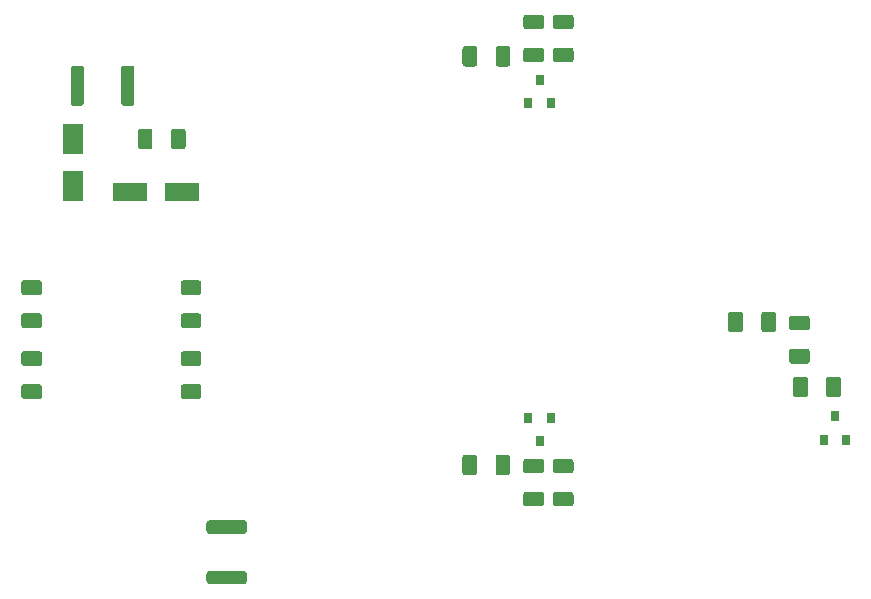
<source format=gbr>
G04 #@! TF.GenerationSoftware,KiCad,Pcbnew,(5.0.1)-4*
G04 #@! TF.CreationDate,2020-08-29T23:34:48+08:00*
G04 #@! TF.ProjectId,remote-monitor,72656D6F74652D6D6F6E69746F722E6B,rev?*
G04 #@! TF.SameCoordinates,Original*
G04 #@! TF.FileFunction,Paste,Top*
G04 #@! TF.FilePolarity,Positive*
%FSLAX46Y46*%
G04 Gerber Fmt 4.6, Leading zero omitted, Abs format (unit mm)*
G04 Created by KiCad (PCBNEW (5.0.1)-4) date 29/08/2020 11:34:48 PM*
%MOMM*%
%LPD*%
G01*
G04 APERTURE LIST*
%ADD10R,3.000000X1.600000*%
%ADD11C,0.100000*%
%ADD12C,1.250000*%
%ADD13R,1.800000X2.500000*%
%ADD14R,0.800000X0.900000*%
%ADD15C,1.125000*%
G04 APERTURE END LIST*
D10*
G04 #@! TO.C,C1*
X107800000Y-82000000D03*
X112200000Y-82000000D03*
G04 #@! TD*
D11*
G04 #@! TO.C,C2*
G36*
X145149504Y-107376204D02*
X145173773Y-107379804D01*
X145197571Y-107385765D01*
X145220671Y-107394030D01*
X145242849Y-107404520D01*
X145263893Y-107417133D01*
X145283598Y-107431747D01*
X145301777Y-107448223D01*
X145318253Y-107466402D01*
X145332867Y-107486107D01*
X145345480Y-107507151D01*
X145355970Y-107529329D01*
X145364235Y-107552429D01*
X145370196Y-107576227D01*
X145373796Y-107600496D01*
X145375000Y-107625000D01*
X145375000Y-108375000D01*
X145373796Y-108399504D01*
X145370196Y-108423773D01*
X145364235Y-108447571D01*
X145355970Y-108470671D01*
X145345480Y-108492849D01*
X145332867Y-108513893D01*
X145318253Y-108533598D01*
X145301777Y-108551777D01*
X145283598Y-108568253D01*
X145263893Y-108582867D01*
X145242849Y-108595480D01*
X145220671Y-108605970D01*
X145197571Y-108614235D01*
X145173773Y-108620196D01*
X145149504Y-108623796D01*
X145125000Y-108625000D01*
X143875000Y-108625000D01*
X143850496Y-108623796D01*
X143826227Y-108620196D01*
X143802429Y-108614235D01*
X143779329Y-108605970D01*
X143757151Y-108595480D01*
X143736107Y-108582867D01*
X143716402Y-108568253D01*
X143698223Y-108551777D01*
X143681747Y-108533598D01*
X143667133Y-108513893D01*
X143654520Y-108492849D01*
X143644030Y-108470671D01*
X143635765Y-108447571D01*
X143629804Y-108423773D01*
X143626204Y-108399504D01*
X143625000Y-108375000D01*
X143625000Y-107625000D01*
X143626204Y-107600496D01*
X143629804Y-107576227D01*
X143635765Y-107552429D01*
X143644030Y-107529329D01*
X143654520Y-107507151D01*
X143667133Y-107486107D01*
X143681747Y-107466402D01*
X143698223Y-107448223D01*
X143716402Y-107431747D01*
X143736107Y-107417133D01*
X143757151Y-107404520D01*
X143779329Y-107394030D01*
X143802429Y-107385765D01*
X143826227Y-107379804D01*
X143850496Y-107376204D01*
X143875000Y-107375000D01*
X145125000Y-107375000D01*
X145149504Y-107376204D01*
X145149504Y-107376204D01*
G37*
D12*
X144500000Y-108000000D03*
D11*
G36*
X145149504Y-104576204D02*
X145173773Y-104579804D01*
X145197571Y-104585765D01*
X145220671Y-104594030D01*
X145242849Y-104604520D01*
X145263893Y-104617133D01*
X145283598Y-104631747D01*
X145301777Y-104648223D01*
X145318253Y-104666402D01*
X145332867Y-104686107D01*
X145345480Y-104707151D01*
X145355970Y-104729329D01*
X145364235Y-104752429D01*
X145370196Y-104776227D01*
X145373796Y-104800496D01*
X145375000Y-104825000D01*
X145375000Y-105575000D01*
X145373796Y-105599504D01*
X145370196Y-105623773D01*
X145364235Y-105647571D01*
X145355970Y-105670671D01*
X145345480Y-105692849D01*
X145332867Y-105713893D01*
X145318253Y-105733598D01*
X145301777Y-105751777D01*
X145283598Y-105768253D01*
X145263893Y-105782867D01*
X145242849Y-105795480D01*
X145220671Y-105805970D01*
X145197571Y-105814235D01*
X145173773Y-105820196D01*
X145149504Y-105823796D01*
X145125000Y-105825000D01*
X143875000Y-105825000D01*
X143850496Y-105823796D01*
X143826227Y-105820196D01*
X143802429Y-105814235D01*
X143779329Y-105805970D01*
X143757151Y-105795480D01*
X143736107Y-105782867D01*
X143716402Y-105768253D01*
X143698223Y-105751777D01*
X143681747Y-105733598D01*
X143667133Y-105713893D01*
X143654520Y-105692849D01*
X143644030Y-105670671D01*
X143635765Y-105647571D01*
X143629804Y-105623773D01*
X143626204Y-105599504D01*
X143625000Y-105575000D01*
X143625000Y-104825000D01*
X143626204Y-104800496D01*
X143629804Y-104776227D01*
X143635765Y-104752429D01*
X143644030Y-104729329D01*
X143654520Y-104707151D01*
X143667133Y-104686107D01*
X143681747Y-104666402D01*
X143698223Y-104648223D01*
X143716402Y-104631747D01*
X143736107Y-104617133D01*
X143757151Y-104604520D01*
X143779329Y-104594030D01*
X143802429Y-104585765D01*
X143826227Y-104579804D01*
X143850496Y-104576204D01*
X143875000Y-104575000D01*
X145125000Y-104575000D01*
X145149504Y-104576204D01*
X145149504Y-104576204D01*
G37*
D12*
X144500000Y-105200000D03*
G04 #@! TD*
D11*
G04 #@! TO.C,C3*
G36*
X145149504Y-66976204D02*
X145173773Y-66979804D01*
X145197571Y-66985765D01*
X145220671Y-66994030D01*
X145242849Y-67004520D01*
X145263893Y-67017133D01*
X145283598Y-67031747D01*
X145301777Y-67048223D01*
X145318253Y-67066402D01*
X145332867Y-67086107D01*
X145345480Y-67107151D01*
X145355970Y-67129329D01*
X145364235Y-67152429D01*
X145370196Y-67176227D01*
X145373796Y-67200496D01*
X145375000Y-67225000D01*
X145375000Y-67975000D01*
X145373796Y-67999504D01*
X145370196Y-68023773D01*
X145364235Y-68047571D01*
X145355970Y-68070671D01*
X145345480Y-68092849D01*
X145332867Y-68113893D01*
X145318253Y-68133598D01*
X145301777Y-68151777D01*
X145283598Y-68168253D01*
X145263893Y-68182867D01*
X145242849Y-68195480D01*
X145220671Y-68205970D01*
X145197571Y-68214235D01*
X145173773Y-68220196D01*
X145149504Y-68223796D01*
X145125000Y-68225000D01*
X143875000Y-68225000D01*
X143850496Y-68223796D01*
X143826227Y-68220196D01*
X143802429Y-68214235D01*
X143779329Y-68205970D01*
X143757151Y-68195480D01*
X143736107Y-68182867D01*
X143716402Y-68168253D01*
X143698223Y-68151777D01*
X143681747Y-68133598D01*
X143667133Y-68113893D01*
X143654520Y-68092849D01*
X143644030Y-68070671D01*
X143635765Y-68047571D01*
X143629804Y-68023773D01*
X143626204Y-67999504D01*
X143625000Y-67975000D01*
X143625000Y-67225000D01*
X143626204Y-67200496D01*
X143629804Y-67176227D01*
X143635765Y-67152429D01*
X143644030Y-67129329D01*
X143654520Y-67107151D01*
X143667133Y-67086107D01*
X143681747Y-67066402D01*
X143698223Y-67048223D01*
X143716402Y-67031747D01*
X143736107Y-67017133D01*
X143757151Y-67004520D01*
X143779329Y-66994030D01*
X143802429Y-66985765D01*
X143826227Y-66979804D01*
X143850496Y-66976204D01*
X143875000Y-66975000D01*
X145125000Y-66975000D01*
X145149504Y-66976204D01*
X145149504Y-66976204D01*
G37*
D12*
X144500000Y-67600000D03*
D11*
G36*
X145149504Y-69776204D02*
X145173773Y-69779804D01*
X145197571Y-69785765D01*
X145220671Y-69794030D01*
X145242849Y-69804520D01*
X145263893Y-69817133D01*
X145283598Y-69831747D01*
X145301777Y-69848223D01*
X145318253Y-69866402D01*
X145332867Y-69886107D01*
X145345480Y-69907151D01*
X145355970Y-69929329D01*
X145364235Y-69952429D01*
X145370196Y-69976227D01*
X145373796Y-70000496D01*
X145375000Y-70025000D01*
X145375000Y-70775000D01*
X145373796Y-70799504D01*
X145370196Y-70823773D01*
X145364235Y-70847571D01*
X145355970Y-70870671D01*
X145345480Y-70892849D01*
X145332867Y-70913893D01*
X145318253Y-70933598D01*
X145301777Y-70951777D01*
X145283598Y-70968253D01*
X145263893Y-70982867D01*
X145242849Y-70995480D01*
X145220671Y-71005970D01*
X145197571Y-71014235D01*
X145173773Y-71020196D01*
X145149504Y-71023796D01*
X145125000Y-71025000D01*
X143875000Y-71025000D01*
X143850496Y-71023796D01*
X143826227Y-71020196D01*
X143802429Y-71014235D01*
X143779329Y-71005970D01*
X143757151Y-70995480D01*
X143736107Y-70982867D01*
X143716402Y-70968253D01*
X143698223Y-70951777D01*
X143681747Y-70933598D01*
X143667133Y-70913893D01*
X143654520Y-70892849D01*
X143644030Y-70870671D01*
X143635765Y-70847571D01*
X143629804Y-70823773D01*
X143626204Y-70799504D01*
X143625000Y-70775000D01*
X143625000Y-70025000D01*
X143626204Y-70000496D01*
X143629804Y-69976227D01*
X143635765Y-69952429D01*
X143644030Y-69929329D01*
X143654520Y-69907151D01*
X143667133Y-69886107D01*
X143681747Y-69866402D01*
X143698223Y-69848223D01*
X143716402Y-69831747D01*
X143736107Y-69817133D01*
X143757151Y-69804520D01*
X143779329Y-69794030D01*
X143802429Y-69785765D01*
X143826227Y-69779804D01*
X143850496Y-69776204D01*
X143875000Y-69775000D01*
X145125000Y-69775000D01*
X145149504Y-69776204D01*
X145149504Y-69776204D01*
G37*
D12*
X144500000Y-70400000D03*
G04 #@! TD*
D11*
G04 #@! TO.C,C4*
G36*
X109499504Y-76626204D02*
X109523773Y-76629804D01*
X109547571Y-76635765D01*
X109570671Y-76644030D01*
X109592849Y-76654520D01*
X109613893Y-76667133D01*
X109633598Y-76681747D01*
X109651777Y-76698223D01*
X109668253Y-76716402D01*
X109682867Y-76736107D01*
X109695480Y-76757151D01*
X109705970Y-76779329D01*
X109714235Y-76802429D01*
X109720196Y-76826227D01*
X109723796Y-76850496D01*
X109725000Y-76875000D01*
X109725000Y-78125000D01*
X109723796Y-78149504D01*
X109720196Y-78173773D01*
X109714235Y-78197571D01*
X109705970Y-78220671D01*
X109695480Y-78242849D01*
X109682867Y-78263893D01*
X109668253Y-78283598D01*
X109651777Y-78301777D01*
X109633598Y-78318253D01*
X109613893Y-78332867D01*
X109592849Y-78345480D01*
X109570671Y-78355970D01*
X109547571Y-78364235D01*
X109523773Y-78370196D01*
X109499504Y-78373796D01*
X109475000Y-78375000D01*
X108725000Y-78375000D01*
X108700496Y-78373796D01*
X108676227Y-78370196D01*
X108652429Y-78364235D01*
X108629329Y-78355970D01*
X108607151Y-78345480D01*
X108586107Y-78332867D01*
X108566402Y-78318253D01*
X108548223Y-78301777D01*
X108531747Y-78283598D01*
X108517133Y-78263893D01*
X108504520Y-78242849D01*
X108494030Y-78220671D01*
X108485765Y-78197571D01*
X108479804Y-78173773D01*
X108476204Y-78149504D01*
X108475000Y-78125000D01*
X108475000Y-76875000D01*
X108476204Y-76850496D01*
X108479804Y-76826227D01*
X108485765Y-76802429D01*
X108494030Y-76779329D01*
X108504520Y-76757151D01*
X108517133Y-76736107D01*
X108531747Y-76716402D01*
X108548223Y-76698223D01*
X108566402Y-76681747D01*
X108586107Y-76667133D01*
X108607151Y-76654520D01*
X108629329Y-76644030D01*
X108652429Y-76635765D01*
X108676227Y-76629804D01*
X108700496Y-76626204D01*
X108725000Y-76625000D01*
X109475000Y-76625000D01*
X109499504Y-76626204D01*
X109499504Y-76626204D01*
G37*
D12*
X109100000Y-77500000D03*
D11*
G36*
X112299504Y-76626204D02*
X112323773Y-76629804D01*
X112347571Y-76635765D01*
X112370671Y-76644030D01*
X112392849Y-76654520D01*
X112413893Y-76667133D01*
X112433598Y-76681747D01*
X112451777Y-76698223D01*
X112468253Y-76716402D01*
X112482867Y-76736107D01*
X112495480Y-76757151D01*
X112505970Y-76779329D01*
X112514235Y-76802429D01*
X112520196Y-76826227D01*
X112523796Y-76850496D01*
X112525000Y-76875000D01*
X112525000Y-78125000D01*
X112523796Y-78149504D01*
X112520196Y-78173773D01*
X112514235Y-78197571D01*
X112505970Y-78220671D01*
X112495480Y-78242849D01*
X112482867Y-78263893D01*
X112468253Y-78283598D01*
X112451777Y-78301777D01*
X112433598Y-78318253D01*
X112413893Y-78332867D01*
X112392849Y-78345480D01*
X112370671Y-78355970D01*
X112347571Y-78364235D01*
X112323773Y-78370196D01*
X112299504Y-78373796D01*
X112275000Y-78375000D01*
X111525000Y-78375000D01*
X111500496Y-78373796D01*
X111476227Y-78370196D01*
X111452429Y-78364235D01*
X111429329Y-78355970D01*
X111407151Y-78345480D01*
X111386107Y-78332867D01*
X111366402Y-78318253D01*
X111348223Y-78301777D01*
X111331747Y-78283598D01*
X111317133Y-78263893D01*
X111304520Y-78242849D01*
X111294030Y-78220671D01*
X111285765Y-78197571D01*
X111279804Y-78173773D01*
X111276204Y-78149504D01*
X111275000Y-78125000D01*
X111275000Y-76875000D01*
X111276204Y-76850496D01*
X111279804Y-76826227D01*
X111285765Y-76802429D01*
X111294030Y-76779329D01*
X111304520Y-76757151D01*
X111317133Y-76736107D01*
X111331747Y-76716402D01*
X111348223Y-76698223D01*
X111366402Y-76681747D01*
X111386107Y-76667133D01*
X111407151Y-76654520D01*
X111429329Y-76644030D01*
X111452429Y-76635765D01*
X111476227Y-76629804D01*
X111500496Y-76626204D01*
X111525000Y-76625000D01*
X112275000Y-76625000D01*
X112299504Y-76626204D01*
X112299504Y-76626204D01*
G37*
D12*
X111900000Y-77500000D03*
G04 #@! TD*
D11*
G04 #@! TO.C,C5*
G36*
X100149504Y-89476204D02*
X100173773Y-89479804D01*
X100197571Y-89485765D01*
X100220671Y-89494030D01*
X100242849Y-89504520D01*
X100263893Y-89517133D01*
X100283598Y-89531747D01*
X100301777Y-89548223D01*
X100318253Y-89566402D01*
X100332867Y-89586107D01*
X100345480Y-89607151D01*
X100355970Y-89629329D01*
X100364235Y-89652429D01*
X100370196Y-89676227D01*
X100373796Y-89700496D01*
X100375000Y-89725000D01*
X100375000Y-90475000D01*
X100373796Y-90499504D01*
X100370196Y-90523773D01*
X100364235Y-90547571D01*
X100355970Y-90570671D01*
X100345480Y-90592849D01*
X100332867Y-90613893D01*
X100318253Y-90633598D01*
X100301777Y-90651777D01*
X100283598Y-90668253D01*
X100263893Y-90682867D01*
X100242849Y-90695480D01*
X100220671Y-90705970D01*
X100197571Y-90714235D01*
X100173773Y-90720196D01*
X100149504Y-90723796D01*
X100125000Y-90725000D01*
X98875000Y-90725000D01*
X98850496Y-90723796D01*
X98826227Y-90720196D01*
X98802429Y-90714235D01*
X98779329Y-90705970D01*
X98757151Y-90695480D01*
X98736107Y-90682867D01*
X98716402Y-90668253D01*
X98698223Y-90651777D01*
X98681747Y-90633598D01*
X98667133Y-90613893D01*
X98654520Y-90592849D01*
X98644030Y-90570671D01*
X98635765Y-90547571D01*
X98629804Y-90523773D01*
X98626204Y-90499504D01*
X98625000Y-90475000D01*
X98625000Y-89725000D01*
X98626204Y-89700496D01*
X98629804Y-89676227D01*
X98635765Y-89652429D01*
X98644030Y-89629329D01*
X98654520Y-89607151D01*
X98667133Y-89586107D01*
X98681747Y-89566402D01*
X98698223Y-89548223D01*
X98716402Y-89531747D01*
X98736107Y-89517133D01*
X98757151Y-89504520D01*
X98779329Y-89494030D01*
X98802429Y-89485765D01*
X98826227Y-89479804D01*
X98850496Y-89476204D01*
X98875000Y-89475000D01*
X100125000Y-89475000D01*
X100149504Y-89476204D01*
X100149504Y-89476204D01*
G37*
D12*
X99500000Y-90100000D03*
D11*
G36*
X100149504Y-92276204D02*
X100173773Y-92279804D01*
X100197571Y-92285765D01*
X100220671Y-92294030D01*
X100242849Y-92304520D01*
X100263893Y-92317133D01*
X100283598Y-92331747D01*
X100301777Y-92348223D01*
X100318253Y-92366402D01*
X100332867Y-92386107D01*
X100345480Y-92407151D01*
X100355970Y-92429329D01*
X100364235Y-92452429D01*
X100370196Y-92476227D01*
X100373796Y-92500496D01*
X100375000Y-92525000D01*
X100375000Y-93275000D01*
X100373796Y-93299504D01*
X100370196Y-93323773D01*
X100364235Y-93347571D01*
X100355970Y-93370671D01*
X100345480Y-93392849D01*
X100332867Y-93413893D01*
X100318253Y-93433598D01*
X100301777Y-93451777D01*
X100283598Y-93468253D01*
X100263893Y-93482867D01*
X100242849Y-93495480D01*
X100220671Y-93505970D01*
X100197571Y-93514235D01*
X100173773Y-93520196D01*
X100149504Y-93523796D01*
X100125000Y-93525000D01*
X98875000Y-93525000D01*
X98850496Y-93523796D01*
X98826227Y-93520196D01*
X98802429Y-93514235D01*
X98779329Y-93505970D01*
X98757151Y-93495480D01*
X98736107Y-93482867D01*
X98716402Y-93468253D01*
X98698223Y-93451777D01*
X98681747Y-93433598D01*
X98667133Y-93413893D01*
X98654520Y-93392849D01*
X98644030Y-93370671D01*
X98635765Y-93347571D01*
X98629804Y-93323773D01*
X98626204Y-93299504D01*
X98625000Y-93275000D01*
X98625000Y-92525000D01*
X98626204Y-92500496D01*
X98629804Y-92476227D01*
X98635765Y-92452429D01*
X98644030Y-92429329D01*
X98654520Y-92407151D01*
X98667133Y-92386107D01*
X98681747Y-92366402D01*
X98698223Y-92348223D01*
X98716402Y-92331747D01*
X98736107Y-92317133D01*
X98757151Y-92304520D01*
X98779329Y-92294030D01*
X98802429Y-92285765D01*
X98826227Y-92279804D01*
X98850496Y-92276204D01*
X98875000Y-92275000D01*
X100125000Y-92275000D01*
X100149504Y-92276204D01*
X100149504Y-92276204D01*
G37*
D12*
X99500000Y-92900000D03*
G04 #@! TD*
D11*
G04 #@! TO.C,C6*
G36*
X113649504Y-92276204D02*
X113673773Y-92279804D01*
X113697571Y-92285765D01*
X113720671Y-92294030D01*
X113742849Y-92304520D01*
X113763893Y-92317133D01*
X113783598Y-92331747D01*
X113801777Y-92348223D01*
X113818253Y-92366402D01*
X113832867Y-92386107D01*
X113845480Y-92407151D01*
X113855970Y-92429329D01*
X113864235Y-92452429D01*
X113870196Y-92476227D01*
X113873796Y-92500496D01*
X113875000Y-92525000D01*
X113875000Y-93275000D01*
X113873796Y-93299504D01*
X113870196Y-93323773D01*
X113864235Y-93347571D01*
X113855970Y-93370671D01*
X113845480Y-93392849D01*
X113832867Y-93413893D01*
X113818253Y-93433598D01*
X113801777Y-93451777D01*
X113783598Y-93468253D01*
X113763893Y-93482867D01*
X113742849Y-93495480D01*
X113720671Y-93505970D01*
X113697571Y-93514235D01*
X113673773Y-93520196D01*
X113649504Y-93523796D01*
X113625000Y-93525000D01*
X112375000Y-93525000D01*
X112350496Y-93523796D01*
X112326227Y-93520196D01*
X112302429Y-93514235D01*
X112279329Y-93505970D01*
X112257151Y-93495480D01*
X112236107Y-93482867D01*
X112216402Y-93468253D01*
X112198223Y-93451777D01*
X112181747Y-93433598D01*
X112167133Y-93413893D01*
X112154520Y-93392849D01*
X112144030Y-93370671D01*
X112135765Y-93347571D01*
X112129804Y-93323773D01*
X112126204Y-93299504D01*
X112125000Y-93275000D01*
X112125000Y-92525000D01*
X112126204Y-92500496D01*
X112129804Y-92476227D01*
X112135765Y-92452429D01*
X112144030Y-92429329D01*
X112154520Y-92407151D01*
X112167133Y-92386107D01*
X112181747Y-92366402D01*
X112198223Y-92348223D01*
X112216402Y-92331747D01*
X112236107Y-92317133D01*
X112257151Y-92304520D01*
X112279329Y-92294030D01*
X112302429Y-92285765D01*
X112326227Y-92279804D01*
X112350496Y-92276204D01*
X112375000Y-92275000D01*
X113625000Y-92275000D01*
X113649504Y-92276204D01*
X113649504Y-92276204D01*
G37*
D12*
X113000000Y-92900000D03*
D11*
G36*
X113649504Y-89476204D02*
X113673773Y-89479804D01*
X113697571Y-89485765D01*
X113720671Y-89494030D01*
X113742849Y-89504520D01*
X113763893Y-89517133D01*
X113783598Y-89531747D01*
X113801777Y-89548223D01*
X113818253Y-89566402D01*
X113832867Y-89586107D01*
X113845480Y-89607151D01*
X113855970Y-89629329D01*
X113864235Y-89652429D01*
X113870196Y-89676227D01*
X113873796Y-89700496D01*
X113875000Y-89725000D01*
X113875000Y-90475000D01*
X113873796Y-90499504D01*
X113870196Y-90523773D01*
X113864235Y-90547571D01*
X113855970Y-90570671D01*
X113845480Y-90592849D01*
X113832867Y-90613893D01*
X113818253Y-90633598D01*
X113801777Y-90651777D01*
X113783598Y-90668253D01*
X113763893Y-90682867D01*
X113742849Y-90695480D01*
X113720671Y-90705970D01*
X113697571Y-90714235D01*
X113673773Y-90720196D01*
X113649504Y-90723796D01*
X113625000Y-90725000D01*
X112375000Y-90725000D01*
X112350496Y-90723796D01*
X112326227Y-90720196D01*
X112302429Y-90714235D01*
X112279329Y-90705970D01*
X112257151Y-90695480D01*
X112236107Y-90682867D01*
X112216402Y-90668253D01*
X112198223Y-90651777D01*
X112181747Y-90633598D01*
X112167133Y-90613893D01*
X112154520Y-90592849D01*
X112144030Y-90570671D01*
X112135765Y-90547571D01*
X112129804Y-90523773D01*
X112126204Y-90499504D01*
X112125000Y-90475000D01*
X112125000Y-89725000D01*
X112126204Y-89700496D01*
X112129804Y-89676227D01*
X112135765Y-89652429D01*
X112144030Y-89629329D01*
X112154520Y-89607151D01*
X112167133Y-89586107D01*
X112181747Y-89566402D01*
X112198223Y-89548223D01*
X112216402Y-89531747D01*
X112236107Y-89517133D01*
X112257151Y-89504520D01*
X112279329Y-89494030D01*
X112302429Y-89485765D01*
X112326227Y-89479804D01*
X112350496Y-89476204D01*
X112375000Y-89475000D01*
X113625000Y-89475000D01*
X113649504Y-89476204D01*
X113649504Y-89476204D01*
G37*
D12*
X113000000Y-90100000D03*
G04 #@! TD*
D11*
G04 #@! TO.C,C7*
G36*
X100149504Y-98276204D02*
X100173773Y-98279804D01*
X100197571Y-98285765D01*
X100220671Y-98294030D01*
X100242849Y-98304520D01*
X100263893Y-98317133D01*
X100283598Y-98331747D01*
X100301777Y-98348223D01*
X100318253Y-98366402D01*
X100332867Y-98386107D01*
X100345480Y-98407151D01*
X100355970Y-98429329D01*
X100364235Y-98452429D01*
X100370196Y-98476227D01*
X100373796Y-98500496D01*
X100375000Y-98525000D01*
X100375000Y-99275000D01*
X100373796Y-99299504D01*
X100370196Y-99323773D01*
X100364235Y-99347571D01*
X100355970Y-99370671D01*
X100345480Y-99392849D01*
X100332867Y-99413893D01*
X100318253Y-99433598D01*
X100301777Y-99451777D01*
X100283598Y-99468253D01*
X100263893Y-99482867D01*
X100242849Y-99495480D01*
X100220671Y-99505970D01*
X100197571Y-99514235D01*
X100173773Y-99520196D01*
X100149504Y-99523796D01*
X100125000Y-99525000D01*
X98875000Y-99525000D01*
X98850496Y-99523796D01*
X98826227Y-99520196D01*
X98802429Y-99514235D01*
X98779329Y-99505970D01*
X98757151Y-99495480D01*
X98736107Y-99482867D01*
X98716402Y-99468253D01*
X98698223Y-99451777D01*
X98681747Y-99433598D01*
X98667133Y-99413893D01*
X98654520Y-99392849D01*
X98644030Y-99370671D01*
X98635765Y-99347571D01*
X98629804Y-99323773D01*
X98626204Y-99299504D01*
X98625000Y-99275000D01*
X98625000Y-98525000D01*
X98626204Y-98500496D01*
X98629804Y-98476227D01*
X98635765Y-98452429D01*
X98644030Y-98429329D01*
X98654520Y-98407151D01*
X98667133Y-98386107D01*
X98681747Y-98366402D01*
X98698223Y-98348223D01*
X98716402Y-98331747D01*
X98736107Y-98317133D01*
X98757151Y-98304520D01*
X98779329Y-98294030D01*
X98802429Y-98285765D01*
X98826227Y-98279804D01*
X98850496Y-98276204D01*
X98875000Y-98275000D01*
X100125000Y-98275000D01*
X100149504Y-98276204D01*
X100149504Y-98276204D01*
G37*
D12*
X99500000Y-98900000D03*
D11*
G36*
X100149504Y-95476204D02*
X100173773Y-95479804D01*
X100197571Y-95485765D01*
X100220671Y-95494030D01*
X100242849Y-95504520D01*
X100263893Y-95517133D01*
X100283598Y-95531747D01*
X100301777Y-95548223D01*
X100318253Y-95566402D01*
X100332867Y-95586107D01*
X100345480Y-95607151D01*
X100355970Y-95629329D01*
X100364235Y-95652429D01*
X100370196Y-95676227D01*
X100373796Y-95700496D01*
X100375000Y-95725000D01*
X100375000Y-96475000D01*
X100373796Y-96499504D01*
X100370196Y-96523773D01*
X100364235Y-96547571D01*
X100355970Y-96570671D01*
X100345480Y-96592849D01*
X100332867Y-96613893D01*
X100318253Y-96633598D01*
X100301777Y-96651777D01*
X100283598Y-96668253D01*
X100263893Y-96682867D01*
X100242849Y-96695480D01*
X100220671Y-96705970D01*
X100197571Y-96714235D01*
X100173773Y-96720196D01*
X100149504Y-96723796D01*
X100125000Y-96725000D01*
X98875000Y-96725000D01*
X98850496Y-96723796D01*
X98826227Y-96720196D01*
X98802429Y-96714235D01*
X98779329Y-96705970D01*
X98757151Y-96695480D01*
X98736107Y-96682867D01*
X98716402Y-96668253D01*
X98698223Y-96651777D01*
X98681747Y-96633598D01*
X98667133Y-96613893D01*
X98654520Y-96592849D01*
X98644030Y-96570671D01*
X98635765Y-96547571D01*
X98629804Y-96523773D01*
X98626204Y-96499504D01*
X98625000Y-96475000D01*
X98625000Y-95725000D01*
X98626204Y-95700496D01*
X98629804Y-95676227D01*
X98635765Y-95652429D01*
X98644030Y-95629329D01*
X98654520Y-95607151D01*
X98667133Y-95586107D01*
X98681747Y-95566402D01*
X98698223Y-95548223D01*
X98716402Y-95531747D01*
X98736107Y-95517133D01*
X98757151Y-95504520D01*
X98779329Y-95494030D01*
X98802429Y-95485765D01*
X98826227Y-95479804D01*
X98850496Y-95476204D01*
X98875000Y-95475000D01*
X100125000Y-95475000D01*
X100149504Y-95476204D01*
X100149504Y-95476204D01*
G37*
D12*
X99500000Y-96100000D03*
G04 #@! TD*
D11*
G04 #@! TO.C,C8*
G36*
X113649504Y-98276204D02*
X113673773Y-98279804D01*
X113697571Y-98285765D01*
X113720671Y-98294030D01*
X113742849Y-98304520D01*
X113763893Y-98317133D01*
X113783598Y-98331747D01*
X113801777Y-98348223D01*
X113818253Y-98366402D01*
X113832867Y-98386107D01*
X113845480Y-98407151D01*
X113855970Y-98429329D01*
X113864235Y-98452429D01*
X113870196Y-98476227D01*
X113873796Y-98500496D01*
X113875000Y-98525000D01*
X113875000Y-99275000D01*
X113873796Y-99299504D01*
X113870196Y-99323773D01*
X113864235Y-99347571D01*
X113855970Y-99370671D01*
X113845480Y-99392849D01*
X113832867Y-99413893D01*
X113818253Y-99433598D01*
X113801777Y-99451777D01*
X113783598Y-99468253D01*
X113763893Y-99482867D01*
X113742849Y-99495480D01*
X113720671Y-99505970D01*
X113697571Y-99514235D01*
X113673773Y-99520196D01*
X113649504Y-99523796D01*
X113625000Y-99525000D01*
X112375000Y-99525000D01*
X112350496Y-99523796D01*
X112326227Y-99520196D01*
X112302429Y-99514235D01*
X112279329Y-99505970D01*
X112257151Y-99495480D01*
X112236107Y-99482867D01*
X112216402Y-99468253D01*
X112198223Y-99451777D01*
X112181747Y-99433598D01*
X112167133Y-99413893D01*
X112154520Y-99392849D01*
X112144030Y-99370671D01*
X112135765Y-99347571D01*
X112129804Y-99323773D01*
X112126204Y-99299504D01*
X112125000Y-99275000D01*
X112125000Y-98525000D01*
X112126204Y-98500496D01*
X112129804Y-98476227D01*
X112135765Y-98452429D01*
X112144030Y-98429329D01*
X112154520Y-98407151D01*
X112167133Y-98386107D01*
X112181747Y-98366402D01*
X112198223Y-98348223D01*
X112216402Y-98331747D01*
X112236107Y-98317133D01*
X112257151Y-98304520D01*
X112279329Y-98294030D01*
X112302429Y-98285765D01*
X112326227Y-98279804D01*
X112350496Y-98276204D01*
X112375000Y-98275000D01*
X113625000Y-98275000D01*
X113649504Y-98276204D01*
X113649504Y-98276204D01*
G37*
D12*
X113000000Y-98900000D03*
D11*
G36*
X113649504Y-95476204D02*
X113673773Y-95479804D01*
X113697571Y-95485765D01*
X113720671Y-95494030D01*
X113742849Y-95504520D01*
X113763893Y-95517133D01*
X113783598Y-95531747D01*
X113801777Y-95548223D01*
X113818253Y-95566402D01*
X113832867Y-95586107D01*
X113845480Y-95607151D01*
X113855970Y-95629329D01*
X113864235Y-95652429D01*
X113870196Y-95676227D01*
X113873796Y-95700496D01*
X113875000Y-95725000D01*
X113875000Y-96475000D01*
X113873796Y-96499504D01*
X113870196Y-96523773D01*
X113864235Y-96547571D01*
X113855970Y-96570671D01*
X113845480Y-96592849D01*
X113832867Y-96613893D01*
X113818253Y-96633598D01*
X113801777Y-96651777D01*
X113783598Y-96668253D01*
X113763893Y-96682867D01*
X113742849Y-96695480D01*
X113720671Y-96705970D01*
X113697571Y-96714235D01*
X113673773Y-96720196D01*
X113649504Y-96723796D01*
X113625000Y-96725000D01*
X112375000Y-96725000D01*
X112350496Y-96723796D01*
X112326227Y-96720196D01*
X112302429Y-96714235D01*
X112279329Y-96705970D01*
X112257151Y-96695480D01*
X112236107Y-96682867D01*
X112216402Y-96668253D01*
X112198223Y-96651777D01*
X112181747Y-96633598D01*
X112167133Y-96613893D01*
X112154520Y-96592849D01*
X112144030Y-96570671D01*
X112135765Y-96547571D01*
X112129804Y-96523773D01*
X112126204Y-96499504D01*
X112125000Y-96475000D01*
X112125000Y-95725000D01*
X112126204Y-95700496D01*
X112129804Y-95676227D01*
X112135765Y-95652429D01*
X112144030Y-95629329D01*
X112154520Y-95607151D01*
X112167133Y-95586107D01*
X112181747Y-95566402D01*
X112198223Y-95548223D01*
X112216402Y-95531747D01*
X112236107Y-95517133D01*
X112257151Y-95504520D01*
X112279329Y-95494030D01*
X112302429Y-95485765D01*
X112326227Y-95479804D01*
X112350496Y-95476204D01*
X112375000Y-95475000D01*
X113625000Y-95475000D01*
X113649504Y-95476204D01*
X113649504Y-95476204D01*
G37*
D12*
X113000000Y-96100000D03*
G04 #@! TD*
D11*
G04 #@! TO.C,C9*
G36*
X167799504Y-97626204D02*
X167823773Y-97629804D01*
X167847571Y-97635765D01*
X167870671Y-97644030D01*
X167892849Y-97654520D01*
X167913893Y-97667133D01*
X167933598Y-97681747D01*
X167951777Y-97698223D01*
X167968253Y-97716402D01*
X167982867Y-97736107D01*
X167995480Y-97757151D01*
X168005970Y-97779329D01*
X168014235Y-97802429D01*
X168020196Y-97826227D01*
X168023796Y-97850496D01*
X168025000Y-97875000D01*
X168025000Y-99125000D01*
X168023796Y-99149504D01*
X168020196Y-99173773D01*
X168014235Y-99197571D01*
X168005970Y-99220671D01*
X167995480Y-99242849D01*
X167982867Y-99263893D01*
X167968253Y-99283598D01*
X167951777Y-99301777D01*
X167933598Y-99318253D01*
X167913893Y-99332867D01*
X167892849Y-99345480D01*
X167870671Y-99355970D01*
X167847571Y-99364235D01*
X167823773Y-99370196D01*
X167799504Y-99373796D01*
X167775000Y-99375000D01*
X167025000Y-99375000D01*
X167000496Y-99373796D01*
X166976227Y-99370196D01*
X166952429Y-99364235D01*
X166929329Y-99355970D01*
X166907151Y-99345480D01*
X166886107Y-99332867D01*
X166866402Y-99318253D01*
X166848223Y-99301777D01*
X166831747Y-99283598D01*
X166817133Y-99263893D01*
X166804520Y-99242849D01*
X166794030Y-99220671D01*
X166785765Y-99197571D01*
X166779804Y-99173773D01*
X166776204Y-99149504D01*
X166775000Y-99125000D01*
X166775000Y-97875000D01*
X166776204Y-97850496D01*
X166779804Y-97826227D01*
X166785765Y-97802429D01*
X166794030Y-97779329D01*
X166804520Y-97757151D01*
X166817133Y-97736107D01*
X166831747Y-97716402D01*
X166848223Y-97698223D01*
X166866402Y-97681747D01*
X166886107Y-97667133D01*
X166907151Y-97654520D01*
X166929329Y-97644030D01*
X166952429Y-97635765D01*
X166976227Y-97629804D01*
X167000496Y-97626204D01*
X167025000Y-97625000D01*
X167775000Y-97625000D01*
X167799504Y-97626204D01*
X167799504Y-97626204D01*
G37*
D12*
X167400000Y-98500000D03*
D11*
G36*
X164999504Y-97626204D02*
X165023773Y-97629804D01*
X165047571Y-97635765D01*
X165070671Y-97644030D01*
X165092849Y-97654520D01*
X165113893Y-97667133D01*
X165133598Y-97681747D01*
X165151777Y-97698223D01*
X165168253Y-97716402D01*
X165182867Y-97736107D01*
X165195480Y-97757151D01*
X165205970Y-97779329D01*
X165214235Y-97802429D01*
X165220196Y-97826227D01*
X165223796Y-97850496D01*
X165225000Y-97875000D01*
X165225000Y-99125000D01*
X165223796Y-99149504D01*
X165220196Y-99173773D01*
X165214235Y-99197571D01*
X165205970Y-99220671D01*
X165195480Y-99242849D01*
X165182867Y-99263893D01*
X165168253Y-99283598D01*
X165151777Y-99301777D01*
X165133598Y-99318253D01*
X165113893Y-99332867D01*
X165092849Y-99345480D01*
X165070671Y-99355970D01*
X165047571Y-99364235D01*
X165023773Y-99370196D01*
X164999504Y-99373796D01*
X164975000Y-99375000D01*
X164225000Y-99375000D01*
X164200496Y-99373796D01*
X164176227Y-99370196D01*
X164152429Y-99364235D01*
X164129329Y-99355970D01*
X164107151Y-99345480D01*
X164086107Y-99332867D01*
X164066402Y-99318253D01*
X164048223Y-99301777D01*
X164031747Y-99283598D01*
X164017133Y-99263893D01*
X164004520Y-99242849D01*
X163994030Y-99220671D01*
X163985765Y-99197571D01*
X163979804Y-99173773D01*
X163976204Y-99149504D01*
X163975000Y-99125000D01*
X163975000Y-97875000D01*
X163976204Y-97850496D01*
X163979804Y-97826227D01*
X163985765Y-97802429D01*
X163994030Y-97779329D01*
X164004520Y-97757151D01*
X164017133Y-97736107D01*
X164031747Y-97716402D01*
X164048223Y-97698223D01*
X164066402Y-97681747D01*
X164086107Y-97667133D01*
X164107151Y-97654520D01*
X164129329Y-97644030D01*
X164152429Y-97635765D01*
X164176227Y-97629804D01*
X164200496Y-97626204D01*
X164225000Y-97625000D01*
X164975000Y-97625000D01*
X164999504Y-97626204D01*
X164999504Y-97626204D01*
G37*
D12*
X164600000Y-98500000D03*
G04 #@! TD*
D13*
G04 #@! TO.C,D1*
X103000000Y-81500000D03*
X103000000Y-77500000D03*
G04 #@! TD*
D14*
G04 #@! TO.C,D2*
X143450000Y-101100000D03*
X141550000Y-101100000D03*
X142500000Y-103100000D03*
G04 #@! TD*
G04 #@! TO.C,D3*
X142500000Y-72500000D03*
X143450000Y-74500000D03*
X141550000Y-74500000D03*
G04 #@! TD*
G04 #@! TO.C,D4*
X166550000Y-103000000D03*
X168450000Y-103000000D03*
X167500000Y-101000000D03*
G04 #@! TD*
D11*
G04 #@! TO.C,R1*
G36*
X139799504Y-104226204D02*
X139823773Y-104229804D01*
X139847571Y-104235765D01*
X139870671Y-104244030D01*
X139892849Y-104254520D01*
X139913893Y-104267133D01*
X139933598Y-104281747D01*
X139951777Y-104298223D01*
X139968253Y-104316402D01*
X139982867Y-104336107D01*
X139995480Y-104357151D01*
X140005970Y-104379329D01*
X140014235Y-104402429D01*
X140020196Y-104426227D01*
X140023796Y-104450496D01*
X140025000Y-104475000D01*
X140025000Y-105725000D01*
X140023796Y-105749504D01*
X140020196Y-105773773D01*
X140014235Y-105797571D01*
X140005970Y-105820671D01*
X139995480Y-105842849D01*
X139982867Y-105863893D01*
X139968253Y-105883598D01*
X139951777Y-105901777D01*
X139933598Y-105918253D01*
X139913893Y-105932867D01*
X139892849Y-105945480D01*
X139870671Y-105955970D01*
X139847571Y-105964235D01*
X139823773Y-105970196D01*
X139799504Y-105973796D01*
X139775000Y-105975000D01*
X139025000Y-105975000D01*
X139000496Y-105973796D01*
X138976227Y-105970196D01*
X138952429Y-105964235D01*
X138929329Y-105955970D01*
X138907151Y-105945480D01*
X138886107Y-105932867D01*
X138866402Y-105918253D01*
X138848223Y-105901777D01*
X138831747Y-105883598D01*
X138817133Y-105863893D01*
X138804520Y-105842849D01*
X138794030Y-105820671D01*
X138785765Y-105797571D01*
X138779804Y-105773773D01*
X138776204Y-105749504D01*
X138775000Y-105725000D01*
X138775000Y-104475000D01*
X138776204Y-104450496D01*
X138779804Y-104426227D01*
X138785765Y-104402429D01*
X138794030Y-104379329D01*
X138804520Y-104357151D01*
X138817133Y-104336107D01*
X138831747Y-104316402D01*
X138848223Y-104298223D01*
X138866402Y-104281747D01*
X138886107Y-104267133D01*
X138907151Y-104254520D01*
X138929329Y-104244030D01*
X138952429Y-104235765D01*
X138976227Y-104229804D01*
X139000496Y-104226204D01*
X139025000Y-104225000D01*
X139775000Y-104225000D01*
X139799504Y-104226204D01*
X139799504Y-104226204D01*
G37*
D12*
X139400000Y-105100000D03*
D11*
G36*
X136999504Y-104226204D02*
X137023773Y-104229804D01*
X137047571Y-104235765D01*
X137070671Y-104244030D01*
X137092849Y-104254520D01*
X137113893Y-104267133D01*
X137133598Y-104281747D01*
X137151777Y-104298223D01*
X137168253Y-104316402D01*
X137182867Y-104336107D01*
X137195480Y-104357151D01*
X137205970Y-104379329D01*
X137214235Y-104402429D01*
X137220196Y-104426227D01*
X137223796Y-104450496D01*
X137225000Y-104475000D01*
X137225000Y-105725000D01*
X137223796Y-105749504D01*
X137220196Y-105773773D01*
X137214235Y-105797571D01*
X137205970Y-105820671D01*
X137195480Y-105842849D01*
X137182867Y-105863893D01*
X137168253Y-105883598D01*
X137151777Y-105901777D01*
X137133598Y-105918253D01*
X137113893Y-105932867D01*
X137092849Y-105945480D01*
X137070671Y-105955970D01*
X137047571Y-105964235D01*
X137023773Y-105970196D01*
X136999504Y-105973796D01*
X136975000Y-105975000D01*
X136225000Y-105975000D01*
X136200496Y-105973796D01*
X136176227Y-105970196D01*
X136152429Y-105964235D01*
X136129329Y-105955970D01*
X136107151Y-105945480D01*
X136086107Y-105932867D01*
X136066402Y-105918253D01*
X136048223Y-105901777D01*
X136031747Y-105883598D01*
X136017133Y-105863893D01*
X136004520Y-105842849D01*
X135994030Y-105820671D01*
X135985765Y-105797571D01*
X135979804Y-105773773D01*
X135976204Y-105749504D01*
X135975000Y-105725000D01*
X135975000Y-104475000D01*
X135976204Y-104450496D01*
X135979804Y-104426227D01*
X135985765Y-104402429D01*
X135994030Y-104379329D01*
X136004520Y-104357151D01*
X136017133Y-104336107D01*
X136031747Y-104316402D01*
X136048223Y-104298223D01*
X136066402Y-104281747D01*
X136086107Y-104267133D01*
X136107151Y-104254520D01*
X136129329Y-104244030D01*
X136152429Y-104235765D01*
X136176227Y-104229804D01*
X136200496Y-104226204D01*
X136225000Y-104225000D01*
X136975000Y-104225000D01*
X136999504Y-104226204D01*
X136999504Y-104226204D01*
G37*
D12*
X136600000Y-105100000D03*
G04 #@! TD*
D11*
G04 #@! TO.C,R2*
G36*
X136999504Y-69626204D02*
X137023773Y-69629804D01*
X137047571Y-69635765D01*
X137070671Y-69644030D01*
X137092849Y-69654520D01*
X137113893Y-69667133D01*
X137133598Y-69681747D01*
X137151777Y-69698223D01*
X137168253Y-69716402D01*
X137182867Y-69736107D01*
X137195480Y-69757151D01*
X137205970Y-69779329D01*
X137214235Y-69802429D01*
X137220196Y-69826227D01*
X137223796Y-69850496D01*
X137225000Y-69875000D01*
X137225000Y-71125000D01*
X137223796Y-71149504D01*
X137220196Y-71173773D01*
X137214235Y-71197571D01*
X137205970Y-71220671D01*
X137195480Y-71242849D01*
X137182867Y-71263893D01*
X137168253Y-71283598D01*
X137151777Y-71301777D01*
X137133598Y-71318253D01*
X137113893Y-71332867D01*
X137092849Y-71345480D01*
X137070671Y-71355970D01*
X137047571Y-71364235D01*
X137023773Y-71370196D01*
X136999504Y-71373796D01*
X136975000Y-71375000D01*
X136225000Y-71375000D01*
X136200496Y-71373796D01*
X136176227Y-71370196D01*
X136152429Y-71364235D01*
X136129329Y-71355970D01*
X136107151Y-71345480D01*
X136086107Y-71332867D01*
X136066402Y-71318253D01*
X136048223Y-71301777D01*
X136031747Y-71283598D01*
X136017133Y-71263893D01*
X136004520Y-71242849D01*
X135994030Y-71220671D01*
X135985765Y-71197571D01*
X135979804Y-71173773D01*
X135976204Y-71149504D01*
X135975000Y-71125000D01*
X135975000Y-69875000D01*
X135976204Y-69850496D01*
X135979804Y-69826227D01*
X135985765Y-69802429D01*
X135994030Y-69779329D01*
X136004520Y-69757151D01*
X136017133Y-69736107D01*
X136031747Y-69716402D01*
X136048223Y-69698223D01*
X136066402Y-69681747D01*
X136086107Y-69667133D01*
X136107151Y-69654520D01*
X136129329Y-69644030D01*
X136152429Y-69635765D01*
X136176227Y-69629804D01*
X136200496Y-69626204D01*
X136225000Y-69625000D01*
X136975000Y-69625000D01*
X136999504Y-69626204D01*
X136999504Y-69626204D01*
G37*
D12*
X136600000Y-70500000D03*
D11*
G36*
X139799504Y-69626204D02*
X139823773Y-69629804D01*
X139847571Y-69635765D01*
X139870671Y-69644030D01*
X139892849Y-69654520D01*
X139913893Y-69667133D01*
X139933598Y-69681747D01*
X139951777Y-69698223D01*
X139968253Y-69716402D01*
X139982867Y-69736107D01*
X139995480Y-69757151D01*
X140005970Y-69779329D01*
X140014235Y-69802429D01*
X140020196Y-69826227D01*
X140023796Y-69850496D01*
X140025000Y-69875000D01*
X140025000Y-71125000D01*
X140023796Y-71149504D01*
X140020196Y-71173773D01*
X140014235Y-71197571D01*
X140005970Y-71220671D01*
X139995480Y-71242849D01*
X139982867Y-71263893D01*
X139968253Y-71283598D01*
X139951777Y-71301777D01*
X139933598Y-71318253D01*
X139913893Y-71332867D01*
X139892849Y-71345480D01*
X139870671Y-71355970D01*
X139847571Y-71364235D01*
X139823773Y-71370196D01*
X139799504Y-71373796D01*
X139775000Y-71375000D01*
X139025000Y-71375000D01*
X139000496Y-71373796D01*
X138976227Y-71370196D01*
X138952429Y-71364235D01*
X138929329Y-71355970D01*
X138907151Y-71345480D01*
X138886107Y-71332867D01*
X138866402Y-71318253D01*
X138848223Y-71301777D01*
X138831747Y-71283598D01*
X138817133Y-71263893D01*
X138804520Y-71242849D01*
X138794030Y-71220671D01*
X138785765Y-71197571D01*
X138779804Y-71173773D01*
X138776204Y-71149504D01*
X138775000Y-71125000D01*
X138775000Y-69875000D01*
X138776204Y-69850496D01*
X138779804Y-69826227D01*
X138785765Y-69802429D01*
X138794030Y-69779329D01*
X138804520Y-69757151D01*
X138817133Y-69736107D01*
X138831747Y-69716402D01*
X138848223Y-69698223D01*
X138866402Y-69681747D01*
X138886107Y-69667133D01*
X138907151Y-69654520D01*
X138929329Y-69644030D01*
X138952429Y-69635765D01*
X138976227Y-69629804D01*
X139000496Y-69626204D01*
X139025000Y-69625000D01*
X139775000Y-69625000D01*
X139799504Y-69626204D01*
X139799504Y-69626204D01*
G37*
D12*
X139400000Y-70500000D03*
G04 #@! TD*
D11*
G04 #@! TO.C,R3*
G36*
X142649504Y-104576204D02*
X142673773Y-104579804D01*
X142697571Y-104585765D01*
X142720671Y-104594030D01*
X142742849Y-104604520D01*
X142763893Y-104617133D01*
X142783598Y-104631747D01*
X142801777Y-104648223D01*
X142818253Y-104666402D01*
X142832867Y-104686107D01*
X142845480Y-104707151D01*
X142855970Y-104729329D01*
X142864235Y-104752429D01*
X142870196Y-104776227D01*
X142873796Y-104800496D01*
X142875000Y-104825000D01*
X142875000Y-105575000D01*
X142873796Y-105599504D01*
X142870196Y-105623773D01*
X142864235Y-105647571D01*
X142855970Y-105670671D01*
X142845480Y-105692849D01*
X142832867Y-105713893D01*
X142818253Y-105733598D01*
X142801777Y-105751777D01*
X142783598Y-105768253D01*
X142763893Y-105782867D01*
X142742849Y-105795480D01*
X142720671Y-105805970D01*
X142697571Y-105814235D01*
X142673773Y-105820196D01*
X142649504Y-105823796D01*
X142625000Y-105825000D01*
X141375000Y-105825000D01*
X141350496Y-105823796D01*
X141326227Y-105820196D01*
X141302429Y-105814235D01*
X141279329Y-105805970D01*
X141257151Y-105795480D01*
X141236107Y-105782867D01*
X141216402Y-105768253D01*
X141198223Y-105751777D01*
X141181747Y-105733598D01*
X141167133Y-105713893D01*
X141154520Y-105692849D01*
X141144030Y-105670671D01*
X141135765Y-105647571D01*
X141129804Y-105623773D01*
X141126204Y-105599504D01*
X141125000Y-105575000D01*
X141125000Y-104825000D01*
X141126204Y-104800496D01*
X141129804Y-104776227D01*
X141135765Y-104752429D01*
X141144030Y-104729329D01*
X141154520Y-104707151D01*
X141167133Y-104686107D01*
X141181747Y-104666402D01*
X141198223Y-104648223D01*
X141216402Y-104631747D01*
X141236107Y-104617133D01*
X141257151Y-104604520D01*
X141279329Y-104594030D01*
X141302429Y-104585765D01*
X141326227Y-104579804D01*
X141350496Y-104576204D01*
X141375000Y-104575000D01*
X142625000Y-104575000D01*
X142649504Y-104576204D01*
X142649504Y-104576204D01*
G37*
D12*
X142000000Y-105200000D03*
D11*
G36*
X142649504Y-107376204D02*
X142673773Y-107379804D01*
X142697571Y-107385765D01*
X142720671Y-107394030D01*
X142742849Y-107404520D01*
X142763893Y-107417133D01*
X142783598Y-107431747D01*
X142801777Y-107448223D01*
X142818253Y-107466402D01*
X142832867Y-107486107D01*
X142845480Y-107507151D01*
X142855970Y-107529329D01*
X142864235Y-107552429D01*
X142870196Y-107576227D01*
X142873796Y-107600496D01*
X142875000Y-107625000D01*
X142875000Y-108375000D01*
X142873796Y-108399504D01*
X142870196Y-108423773D01*
X142864235Y-108447571D01*
X142855970Y-108470671D01*
X142845480Y-108492849D01*
X142832867Y-108513893D01*
X142818253Y-108533598D01*
X142801777Y-108551777D01*
X142783598Y-108568253D01*
X142763893Y-108582867D01*
X142742849Y-108595480D01*
X142720671Y-108605970D01*
X142697571Y-108614235D01*
X142673773Y-108620196D01*
X142649504Y-108623796D01*
X142625000Y-108625000D01*
X141375000Y-108625000D01*
X141350496Y-108623796D01*
X141326227Y-108620196D01*
X141302429Y-108614235D01*
X141279329Y-108605970D01*
X141257151Y-108595480D01*
X141236107Y-108582867D01*
X141216402Y-108568253D01*
X141198223Y-108551777D01*
X141181747Y-108533598D01*
X141167133Y-108513893D01*
X141154520Y-108492849D01*
X141144030Y-108470671D01*
X141135765Y-108447571D01*
X141129804Y-108423773D01*
X141126204Y-108399504D01*
X141125000Y-108375000D01*
X141125000Y-107625000D01*
X141126204Y-107600496D01*
X141129804Y-107576227D01*
X141135765Y-107552429D01*
X141144030Y-107529329D01*
X141154520Y-107507151D01*
X141167133Y-107486107D01*
X141181747Y-107466402D01*
X141198223Y-107448223D01*
X141216402Y-107431747D01*
X141236107Y-107417133D01*
X141257151Y-107404520D01*
X141279329Y-107394030D01*
X141302429Y-107385765D01*
X141326227Y-107379804D01*
X141350496Y-107376204D01*
X141375000Y-107375000D01*
X142625000Y-107375000D01*
X142649504Y-107376204D01*
X142649504Y-107376204D01*
G37*
D12*
X142000000Y-108000000D03*
G04 #@! TD*
D11*
G04 #@! TO.C,R4*
G36*
X142649504Y-66976204D02*
X142673773Y-66979804D01*
X142697571Y-66985765D01*
X142720671Y-66994030D01*
X142742849Y-67004520D01*
X142763893Y-67017133D01*
X142783598Y-67031747D01*
X142801777Y-67048223D01*
X142818253Y-67066402D01*
X142832867Y-67086107D01*
X142845480Y-67107151D01*
X142855970Y-67129329D01*
X142864235Y-67152429D01*
X142870196Y-67176227D01*
X142873796Y-67200496D01*
X142875000Y-67225000D01*
X142875000Y-67975000D01*
X142873796Y-67999504D01*
X142870196Y-68023773D01*
X142864235Y-68047571D01*
X142855970Y-68070671D01*
X142845480Y-68092849D01*
X142832867Y-68113893D01*
X142818253Y-68133598D01*
X142801777Y-68151777D01*
X142783598Y-68168253D01*
X142763893Y-68182867D01*
X142742849Y-68195480D01*
X142720671Y-68205970D01*
X142697571Y-68214235D01*
X142673773Y-68220196D01*
X142649504Y-68223796D01*
X142625000Y-68225000D01*
X141375000Y-68225000D01*
X141350496Y-68223796D01*
X141326227Y-68220196D01*
X141302429Y-68214235D01*
X141279329Y-68205970D01*
X141257151Y-68195480D01*
X141236107Y-68182867D01*
X141216402Y-68168253D01*
X141198223Y-68151777D01*
X141181747Y-68133598D01*
X141167133Y-68113893D01*
X141154520Y-68092849D01*
X141144030Y-68070671D01*
X141135765Y-68047571D01*
X141129804Y-68023773D01*
X141126204Y-67999504D01*
X141125000Y-67975000D01*
X141125000Y-67225000D01*
X141126204Y-67200496D01*
X141129804Y-67176227D01*
X141135765Y-67152429D01*
X141144030Y-67129329D01*
X141154520Y-67107151D01*
X141167133Y-67086107D01*
X141181747Y-67066402D01*
X141198223Y-67048223D01*
X141216402Y-67031747D01*
X141236107Y-67017133D01*
X141257151Y-67004520D01*
X141279329Y-66994030D01*
X141302429Y-66985765D01*
X141326227Y-66979804D01*
X141350496Y-66976204D01*
X141375000Y-66975000D01*
X142625000Y-66975000D01*
X142649504Y-66976204D01*
X142649504Y-66976204D01*
G37*
D12*
X142000000Y-67600000D03*
D11*
G36*
X142649504Y-69776204D02*
X142673773Y-69779804D01*
X142697571Y-69785765D01*
X142720671Y-69794030D01*
X142742849Y-69804520D01*
X142763893Y-69817133D01*
X142783598Y-69831747D01*
X142801777Y-69848223D01*
X142818253Y-69866402D01*
X142832867Y-69886107D01*
X142845480Y-69907151D01*
X142855970Y-69929329D01*
X142864235Y-69952429D01*
X142870196Y-69976227D01*
X142873796Y-70000496D01*
X142875000Y-70025000D01*
X142875000Y-70775000D01*
X142873796Y-70799504D01*
X142870196Y-70823773D01*
X142864235Y-70847571D01*
X142855970Y-70870671D01*
X142845480Y-70892849D01*
X142832867Y-70913893D01*
X142818253Y-70933598D01*
X142801777Y-70951777D01*
X142783598Y-70968253D01*
X142763893Y-70982867D01*
X142742849Y-70995480D01*
X142720671Y-71005970D01*
X142697571Y-71014235D01*
X142673773Y-71020196D01*
X142649504Y-71023796D01*
X142625000Y-71025000D01*
X141375000Y-71025000D01*
X141350496Y-71023796D01*
X141326227Y-71020196D01*
X141302429Y-71014235D01*
X141279329Y-71005970D01*
X141257151Y-70995480D01*
X141236107Y-70982867D01*
X141216402Y-70968253D01*
X141198223Y-70951777D01*
X141181747Y-70933598D01*
X141167133Y-70913893D01*
X141154520Y-70892849D01*
X141144030Y-70870671D01*
X141135765Y-70847571D01*
X141129804Y-70823773D01*
X141126204Y-70799504D01*
X141125000Y-70775000D01*
X141125000Y-70025000D01*
X141126204Y-70000496D01*
X141129804Y-69976227D01*
X141135765Y-69952429D01*
X141144030Y-69929329D01*
X141154520Y-69907151D01*
X141167133Y-69886107D01*
X141181747Y-69866402D01*
X141198223Y-69848223D01*
X141216402Y-69831747D01*
X141236107Y-69817133D01*
X141257151Y-69804520D01*
X141279329Y-69794030D01*
X141302429Y-69785765D01*
X141326227Y-69779804D01*
X141350496Y-69776204D01*
X141375000Y-69775000D01*
X142625000Y-69775000D01*
X142649504Y-69776204D01*
X142649504Y-69776204D01*
G37*
D12*
X142000000Y-70400000D03*
G04 #@! TD*
D11*
G04 #@! TO.C,R5*
G36*
X165149504Y-95276204D02*
X165173773Y-95279804D01*
X165197571Y-95285765D01*
X165220671Y-95294030D01*
X165242849Y-95304520D01*
X165263893Y-95317133D01*
X165283598Y-95331747D01*
X165301777Y-95348223D01*
X165318253Y-95366402D01*
X165332867Y-95386107D01*
X165345480Y-95407151D01*
X165355970Y-95429329D01*
X165364235Y-95452429D01*
X165370196Y-95476227D01*
X165373796Y-95500496D01*
X165375000Y-95525000D01*
X165375000Y-96275000D01*
X165373796Y-96299504D01*
X165370196Y-96323773D01*
X165364235Y-96347571D01*
X165355970Y-96370671D01*
X165345480Y-96392849D01*
X165332867Y-96413893D01*
X165318253Y-96433598D01*
X165301777Y-96451777D01*
X165283598Y-96468253D01*
X165263893Y-96482867D01*
X165242849Y-96495480D01*
X165220671Y-96505970D01*
X165197571Y-96514235D01*
X165173773Y-96520196D01*
X165149504Y-96523796D01*
X165125000Y-96525000D01*
X163875000Y-96525000D01*
X163850496Y-96523796D01*
X163826227Y-96520196D01*
X163802429Y-96514235D01*
X163779329Y-96505970D01*
X163757151Y-96495480D01*
X163736107Y-96482867D01*
X163716402Y-96468253D01*
X163698223Y-96451777D01*
X163681747Y-96433598D01*
X163667133Y-96413893D01*
X163654520Y-96392849D01*
X163644030Y-96370671D01*
X163635765Y-96347571D01*
X163629804Y-96323773D01*
X163626204Y-96299504D01*
X163625000Y-96275000D01*
X163625000Y-95525000D01*
X163626204Y-95500496D01*
X163629804Y-95476227D01*
X163635765Y-95452429D01*
X163644030Y-95429329D01*
X163654520Y-95407151D01*
X163667133Y-95386107D01*
X163681747Y-95366402D01*
X163698223Y-95348223D01*
X163716402Y-95331747D01*
X163736107Y-95317133D01*
X163757151Y-95304520D01*
X163779329Y-95294030D01*
X163802429Y-95285765D01*
X163826227Y-95279804D01*
X163850496Y-95276204D01*
X163875000Y-95275000D01*
X165125000Y-95275000D01*
X165149504Y-95276204D01*
X165149504Y-95276204D01*
G37*
D12*
X164500000Y-95900000D03*
D11*
G36*
X165149504Y-92476204D02*
X165173773Y-92479804D01*
X165197571Y-92485765D01*
X165220671Y-92494030D01*
X165242849Y-92504520D01*
X165263893Y-92517133D01*
X165283598Y-92531747D01*
X165301777Y-92548223D01*
X165318253Y-92566402D01*
X165332867Y-92586107D01*
X165345480Y-92607151D01*
X165355970Y-92629329D01*
X165364235Y-92652429D01*
X165370196Y-92676227D01*
X165373796Y-92700496D01*
X165375000Y-92725000D01*
X165375000Y-93475000D01*
X165373796Y-93499504D01*
X165370196Y-93523773D01*
X165364235Y-93547571D01*
X165355970Y-93570671D01*
X165345480Y-93592849D01*
X165332867Y-93613893D01*
X165318253Y-93633598D01*
X165301777Y-93651777D01*
X165283598Y-93668253D01*
X165263893Y-93682867D01*
X165242849Y-93695480D01*
X165220671Y-93705970D01*
X165197571Y-93714235D01*
X165173773Y-93720196D01*
X165149504Y-93723796D01*
X165125000Y-93725000D01*
X163875000Y-93725000D01*
X163850496Y-93723796D01*
X163826227Y-93720196D01*
X163802429Y-93714235D01*
X163779329Y-93705970D01*
X163757151Y-93695480D01*
X163736107Y-93682867D01*
X163716402Y-93668253D01*
X163698223Y-93651777D01*
X163681747Y-93633598D01*
X163667133Y-93613893D01*
X163654520Y-93592849D01*
X163644030Y-93570671D01*
X163635765Y-93547571D01*
X163629804Y-93523773D01*
X163626204Y-93499504D01*
X163625000Y-93475000D01*
X163625000Y-92725000D01*
X163626204Y-92700496D01*
X163629804Y-92676227D01*
X163635765Y-92652429D01*
X163644030Y-92629329D01*
X163654520Y-92607151D01*
X163667133Y-92586107D01*
X163681747Y-92566402D01*
X163698223Y-92548223D01*
X163716402Y-92531747D01*
X163736107Y-92517133D01*
X163757151Y-92504520D01*
X163779329Y-92494030D01*
X163802429Y-92485765D01*
X163826227Y-92479804D01*
X163850496Y-92476204D01*
X163875000Y-92475000D01*
X165125000Y-92475000D01*
X165149504Y-92476204D01*
X165149504Y-92476204D01*
G37*
D12*
X164500000Y-93100000D03*
G04 #@! TD*
D11*
G04 #@! TO.C,R6*
G36*
X159499504Y-92126204D02*
X159523773Y-92129804D01*
X159547571Y-92135765D01*
X159570671Y-92144030D01*
X159592849Y-92154520D01*
X159613893Y-92167133D01*
X159633598Y-92181747D01*
X159651777Y-92198223D01*
X159668253Y-92216402D01*
X159682867Y-92236107D01*
X159695480Y-92257151D01*
X159705970Y-92279329D01*
X159714235Y-92302429D01*
X159720196Y-92326227D01*
X159723796Y-92350496D01*
X159725000Y-92375000D01*
X159725000Y-93625000D01*
X159723796Y-93649504D01*
X159720196Y-93673773D01*
X159714235Y-93697571D01*
X159705970Y-93720671D01*
X159695480Y-93742849D01*
X159682867Y-93763893D01*
X159668253Y-93783598D01*
X159651777Y-93801777D01*
X159633598Y-93818253D01*
X159613893Y-93832867D01*
X159592849Y-93845480D01*
X159570671Y-93855970D01*
X159547571Y-93864235D01*
X159523773Y-93870196D01*
X159499504Y-93873796D01*
X159475000Y-93875000D01*
X158725000Y-93875000D01*
X158700496Y-93873796D01*
X158676227Y-93870196D01*
X158652429Y-93864235D01*
X158629329Y-93855970D01*
X158607151Y-93845480D01*
X158586107Y-93832867D01*
X158566402Y-93818253D01*
X158548223Y-93801777D01*
X158531747Y-93783598D01*
X158517133Y-93763893D01*
X158504520Y-93742849D01*
X158494030Y-93720671D01*
X158485765Y-93697571D01*
X158479804Y-93673773D01*
X158476204Y-93649504D01*
X158475000Y-93625000D01*
X158475000Y-92375000D01*
X158476204Y-92350496D01*
X158479804Y-92326227D01*
X158485765Y-92302429D01*
X158494030Y-92279329D01*
X158504520Y-92257151D01*
X158517133Y-92236107D01*
X158531747Y-92216402D01*
X158548223Y-92198223D01*
X158566402Y-92181747D01*
X158586107Y-92167133D01*
X158607151Y-92154520D01*
X158629329Y-92144030D01*
X158652429Y-92135765D01*
X158676227Y-92129804D01*
X158700496Y-92126204D01*
X158725000Y-92125000D01*
X159475000Y-92125000D01*
X159499504Y-92126204D01*
X159499504Y-92126204D01*
G37*
D12*
X159100000Y-93000000D03*
D11*
G36*
X162299504Y-92126204D02*
X162323773Y-92129804D01*
X162347571Y-92135765D01*
X162370671Y-92144030D01*
X162392849Y-92154520D01*
X162413893Y-92167133D01*
X162433598Y-92181747D01*
X162451777Y-92198223D01*
X162468253Y-92216402D01*
X162482867Y-92236107D01*
X162495480Y-92257151D01*
X162505970Y-92279329D01*
X162514235Y-92302429D01*
X162520196Y-92326227D01*
X162523796Y-92350496D01*
X162525000Y-92375000D01*
X162525000Y-93625000D01*
X162523796Y-93649504D01*
X162520196Y-93673773D01*
X162514235Y-93697571D01*
X162505970Y-93720671D01*
X162495480Y-93742849D01*
X162482867Y-93763893D01*
X162468253Y-93783598D01*
X162451777Y-93801777D01*
X162433598Y-93818253D01*
X162413893Y-93832867D01*
X162392849Y-93845480D01*
X162370671Y-93855970D01*
X162347571Y-93864235D01*
X162323773Y-93870196D01*
X162299504Y-93873796D01*
X162275000Y-93875000D01*
X161525000Y-93875000D01*
X161500496Y-93873796D01*
X161476227Y-93870196D01*
X161452429Y-93864235D01*
X161429329Y-93855970D01*
X161407151Y-93845480D01*
X161386107Y-93832867D01*
X161366402Y-93818253D01*
X161348223Y-93801777D01*
X161331747Y-93783598D01*
X161317133Y-93763893D01*
X161304520Y-93742849D01*
X161294030Y-93720671D01*
X161285765Y-93697571D01*
X161279804Y-93673773D01*
X161276204Y-93649504D01*
X161275000Y-93625000D01*
X161275000Y-92375000D01*
X161276204Y-92350496D01*
X161279804Y-92326227D01*
X161285765Y-92302429D01*
X161294030Y-92279329D01*
X161304520Y-92257151D01*
X161317133Y-92236107D01*
X161331747Y-92216402D01*
X161348223Y-92198223D01*
X161366402Y-92181747D01*
X161386107Y-92167133D01*
X161407151Y-92154520D01*
X161429329Y-92144030D01*
X161452429Y-92135765D01*
X161476227Y-92129804D01*
X161500496Y-92126204D01*
X161525000Y-92125000D01*
X162275000Y-92125000D01*
X162299504Y-92126204D01*
X162299504Y-92126204D01*
G37*
D12*
X161900000Y-93000000D03*
G04 #@! TD*
D11*
G04 #@! TO.C,F1*
G36*
X107974505Y-71301204D02*
X107998773Y-71304804D01*
X108022572Y-71310765D01*
X108045671Y-71319030D01*
X108067850Y-71329520D01*
X108088893Y-71342132D01*
X108108599Y-71356747D01*
X108126777Y-71373223D01*
X108143253Y-71391401D01*
X108157868Y-71411107D01*
X108170480Y-71432150D01*
X108180970Y-71454329D01*
X108189235Y-71477428D01*
X108195196Y-71501227D01*
X108198796Y-71525495D01*
X108200000Y-71549999D01*
X108200000Y-74450001D01*
X108198796Y-74474505D01*
X108195196Y-74498773D01*
X108189235Y-74522572D01*
X108180970Y-74545671D01*
X108170480Y-74567850D01*
X108157868Y-74588893D01*
X108143253Y-74608599D01*
X108126777Y-74626777D01*
X108108599Y-74643253D01*
X108088893Y-74657868D01*
X108067850Y-74670480D01*
X108045671Y-74680970D01*
X108022572Y-74689235D01*
X107998773Y-74695196D01*
X107974505Y-74698796D01*
X107950001Y-74700000D01*
X107324999Y-74700000D01*
X107300495Y-74698796D01*
X107276227Y-74695196D01*
X107252428Y-74689235D01*
X107229329Y-74680970D01*
X107207150Y-74670480D01*
X107186107Y-74657868D01*
X107166401Y-74643253D01*
X107148223Y-74626777D01*
X107131747Y-74608599D01*
X107117132Y-74588893D01*
X107104520Y-74567850D01*
X107094030Y-74545671D01*
X107085765Y-74522572D01*
X107079804Y-74498773D01*
X107076204Y-74474505D01*
X107075000Y-74450001D01*
X107075000Y-71549999D01*
X107076204Y-71525495D01*
X107079804Y-71501227D01*
X107085765Y-71477428D01*
X107094030Y-71454329D01*
X107104520Y-71432150D01*
X107117132Y-71411107D01*
X107131747Y-71391401D01*
X107148223Y-71373223D01*
X107166401Y-71356747D01*
X107186107Y-71342132D01*
X107207150Y-71329520D01*
X107229329Y-71319030D01*
X107252428Y-71310765D01*
X107276227Y-71304804D01*
X107300495Y-71301204D01*
X107324999Y-71300000D01*
X107950001Y-71300000D01*
X107974505Y-71301204D01*
X107974505Y-71301204D01*
G37*
D15*
X107637500Y-73000000D03*
D11*
G36*
X103699505Y-71301204D02*
X103723773Y-71304804D01*
X103747572Y-71310765D01*
X103770671Y-71319030D01*
X103792850Y-71329520D01*
X103813893Y-71342132D01*
X103833599Y-71356747D01*
X103851777Y-71373223D01*
X103868253Y-71391401D01*
X103882868Y-71411107D01*
X103895480Y-71432150D01*
X103905970Y-71454329D01*
X103914235Y-71477428D01*
X103920196Y-71501227D01*
X103923796Y-71525495D01*
X103925000Y-71549999D01*
X103925000Y-74450001D01*
X103923796Y-74474505D01*
X103920196Y-74498773D01*
X103914235Y-74522572D01*
X103905970Y-74545671D01*
X103895480Y-74567850D01*
X103882868Y-74588893D01*
X103868253Y-74608599D01*
X103851777Y-74626777D01*
X103833599Y-74643253D01*
X103813893Y-74657868D01*
X103792850Y-74670480D01*
X103770671Y-74680970D01*
X103747572Y-74689235D01*
X103723773Y-74695196D01*
X103699505Y-74698796D01*
X103675001Y-74700000D01*
X103049999Y-74700000D01*
X103025495Y-74698796D01*
X103001227Y-74695196D01*
X102977428Y-74689235D01*
X102954329Y-74680970D01*
X102932150Y-74670480D01*
X102911107Y-74657868D01*
X102891401Y-74643253D01*
X102873223Y-74626777D01*
X102856747Y-74608599D01*
X102842132Y-74588893D01*
X102829520Y-74567850D01*
X102819030Y-74545671D01*
X102810765Y-74522572D01*
X102804804Y-74498773D01*
X102801204Y-74474505D01*
X102800000Y-74450001D01*
X102800000Y-71549999D01*
X102801204Y-71525495D01*
X102804804Y-71501227D01*
X102810765Y-71477428D01*
X102819030Y-71454329D01*
X102829520Y-71432150D01*
X102842132Y-71411107D01*
X102856747Y-71391401D01*
X102873223Y-71373223D01*
X102891401Y-71356747D01*
X102911107Y-71342132D01*
X102932150Y-71329520D01*
X102954329Y-71319030D01*
X102977428Y-71310765D01*
X103001227Y-71304804D01*
X103025495Y-71301204D01*
X103049999Y-71300000D01*
X103675001Y-71300000D01*
X103699505Y-71301204D01*
X103699505Y-71301204D01*
G37*
D15*
X103362500Y-73000000D03*
G04 #@! TD*
D11*
G04 #@! TO.C,F2*
G36*
X117474505Y-114076204D02*
X117498773Y-114079804D01*
X117522572Y-114085765D01*
X117545671Y-114094030D01*
X117567850Y-114104520D01*
X117588893Y-114117132D01*
X117608599Y-114131747D01*
X117626777Y-114148223D01*
X117643253Y-114166401D01*
X117657868Y-114186107D01*
X117670480Y-114207150D01*
X117680970Y-114229329D01*
X117689235Y-114252428D01*
X117695196Y-114276227D01*
X117698796Y-114300495D01*
X117700000Y-114324999D01*
X117700000Y-114950001D01*
X117698796Y-114974505D01*
X117695196Y-114998773D01*
X117689235Y-115022572D01*
X117680970Y-115045671D01*
X117670480Y-115067850D01*
X117657868Y-115088893D01*
X117643253Y-115108599D01*
X117626777Y-115126777D01*
X117608599Y-115143253D01*
X117588893Y-115157868D01*
X117567850Y-115170480D01*
X117545671Y-115180970D01*
X117522572Y-115189235D01*
X117498773Y-115195196D01*
X117474505Y-115198796D01*
X117450001Y-115200000D01*
X114549999Y-115200000D01*
X114525495Y-115198796D01*
X114501227Y-115195196D01*
X114477428Y-115189235D01*
X114454329Y-115180970D01*
X114432150Y-115170480D01*
X114411107Y-115157868D01*
X114391401Y-115143253D01*
X114373223Y-115126777D01*
X114356747Y-115108599D01*
X114342132Y-115088893D01*
X114329520Y-115067850D01*
X114319030Y-115045671D01*
X114310765Y-115022572D01*
X114304804Y-114998773D01*
X114301204Y-114974505D01*
X114300000Y-114950001D01*
X114300000Y-114324999D01*
X114301204Y-114300495D01*
X114304804Y-114276227D01*
X114310765Y-114252428D01*
X114319030Y-114229329D01*
X114329520Y-114207150D01*
X114342132Y-114186107D01*
X114356747Y-114166401D01*
X114373223Y-114148223D01*
X114391401Y-114131747D01*
X114411107Y-114117132D01*
X114432150Y-114104520D01*
X114454329Y-114094030D01*
X114477428Y-114085765D01*
X114501227Y-114079804D01*
X114525495Y-114076204D01*
X114549999Y-114075000D01*
X117450001Y-114075000D01*
X117474505Y-114076204D01*
X117474505Y-114076204D01*
G37*
D15*
X116000000Y-114637500D03*
D11*
G36*
X117474505Y-109801204D02*
X117498773Y-109804804D01*
X117522572Y-109810765D01*
X117545671Y-109819030D01*
X117567850Y-109829520D01*
X117588893Y-109842132D01*
X117608599Y-109856747D01*
X117626777Y-109873223D01*
X117643253Y-109891401D01*
X117657868Y-109911107D01*
X117670480Y-109932150D01*
X117680970Y-109954329D01*
X117689235Y-109977428D01*
X117695196Y-110001227D01*
X117698796Y-110025495D01*
X117700000Y-110049999D01*
X117700000Y-110675001D01*
X117698796Y-110699505D01*
X117695196Y-110723773D01*
X117689235Y-110747572D01*
X117680970Y-110770671D01*
X117670480Y-110792850D01*
X117657868Y-110813893D01*
X117643253Y-110833599D01*
X117626777Y-110851777D01*
X117608599Y-110868253D01*
X117588893Y-110882868D01*
X117567850Y-110895480D01*
X117545671Y-110905970D01*
X117522572Y-110914235D01*
X117498773Y-110920196D01*
X117474505Y-110923796D01*
X117450001Y-110925000D01*
X114549999Y-110925000D01*
X114525495Y-110923796D01*
X114501227Y-110920196D01*
X114477428Y-110914235D01*
X114454329Y-110905970D01*
X114432150Y-110895480D01*
X114411107Y-110882868D01*
X114391401Y-110868253D01*
X114373223Y-110851777D01*
X114356747Y-110833599D01*
X114342132Y-110813893D01*
X114329520Y-110792850D01*
X114319030Y-110770671D01*
X114310765Y-110747572D01*
X114304804Y-110723773D01*
X114301204Y-110699505D01*
X114300000Y-110675001D01*
X114300000Y-110049999D01*
X114301204Y-110025495D01*
X114304804Y-110001227D01*
X114310765Y-109977428D01*
X114319030Y-109954329D01*
X114329520Y-109932150D01*
X114342132Y-109911107D01*
X114356747Y-109891401D01*
X114373223Y-109873223D01*
X114391401Y-109856747D01*
X114411107Y-109842132D01*
X114432150Y-109829520D01*
X114454329Y-109819030D01*
X114477428Y-109810765D01*
X114501227Y-109804804D01*
X114525495Y-109801204D01*
X114549999Y-109800000D01*
X117450001Y-109800000D01*
X117474505Y-109801204D01*
X117474505Y-109801204D01*
G37*
D15*
X116000000Y-110362500D03*
G04 #@! TD*
M02*

</source>
